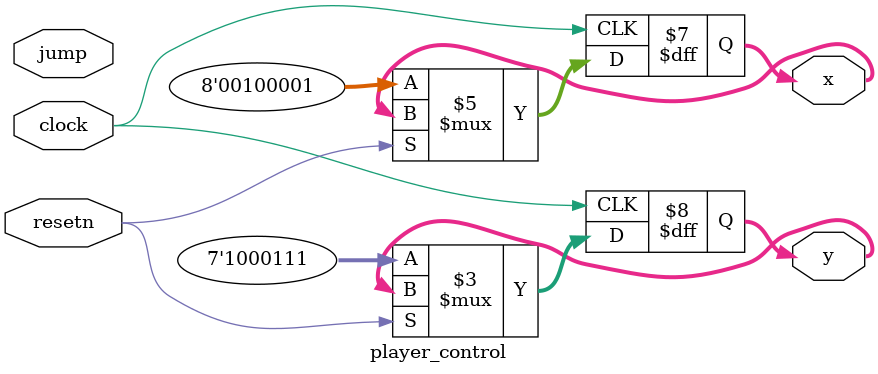
<source format=v>
module player_control (
	clock,
	resetn,
	x,
	y,
	jump
);
	
	input clock, resetn, jump;
	output reg [7:0] x;
	output reg [6:0] y;
	
	always @(posedge clock) begin
		if(!resetn) begin
			x <= 8'd33;
			y <= 7'd71;
		end
	end
	
endmodule
</source>
